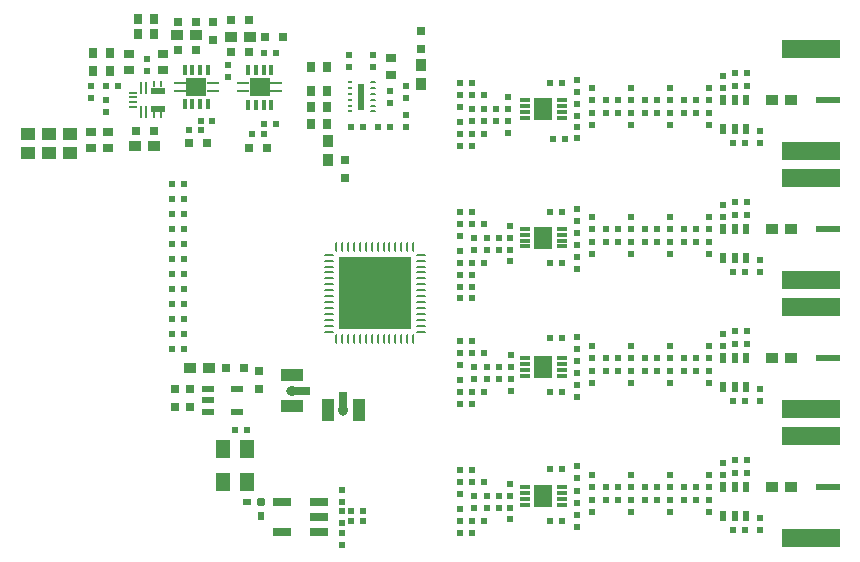
<source format=gtp>
G04*
G04 #@! TF.GenerationSoftware,Altium Limited,Altium Designer,24.3.1 (35)*
G04*
G04 Layer_Color=8421504*
%FSLAX44Y44*%
%MOMM*%
G71*
G04*
G04 #@! TF.SameCoordinates,E54A5323-C3A8-4295-A2F1-912E9A9C0EE7*
G04*
G04*
G04 #@! TF.FilePolarity,Positive*
G04*
G01*
G75*
%ADD20R,0.5500X2.2000*%
%ADD21R,1.0250X0.2800*%
%ADD22R,1.7500X1.5000*%
%ADD23R,0.3500X0.8500*%
%ADD24R,0.7620X0.7620*%
%ADD25R,0.6000X0.5000*%
%ADD26R,0.5000X0.6000*%
%ADD27R,0.8000X0.9000*%
%ADD28R,0.9000X0.8000*%
%ADD29R,0.9500X1.0000*%
%ADD30R,1.0000X0.9500*%
%ADD31R,1.3000X1.0000*%
G04:AMPARAMS|DCode=32|XSize=0.8mm|YSize=0.58mm|CornerRadius=0.0725mm|HoleSize=0mm|Usage=FLASHONLY|Rotation=270.000|XOffset=0mm|YOffset=0mm|HoleType=Round|Shape=RoundedRectangle|*
%AMROUNDEDRECTD32*
21,1,0.8000,0.4350,0,0,270.0*
21,1,0.6550,0.5800,0,0,270.0*
1,1,0.1450,-0.2175,-0.3275*
1,1,0.1450,-0.2175,0.3275*
1,1,0.1450,0.2175,0.3275*
1,1,0.1450,0.2175,-0.3275*
%
%ADD32ROUNDEDRECTD32*%
%ADD33R,0.6000X0.8000*%
%ADD34R,1.6500X0.7600*%
%ADD35R,1.2000X1.5000*%
%ADD36R,0.7620X0.7620*%
%ADD37R,0.8000X0.6000*%
%ADD38R,4.9022X1.6002*%
%ADD39R,2.0574X0.5080*%
%ADD40R,1.1000X0.6000*%
%ADD41O,1.0000X0.8000*%
%ADD42R,1.9000X1.0000*%
%ADD43R,1.5000X0.8000*%
%ADD44O,0.8000X1.0000*%
%ADD45R,1.0000X1.9000*%
%ADD46R,0.8000X1.5000*%
%ADD47R,0.8500X0.3000*%
%ADD48R,1.5500X1.8400*%
%ADD49R,1.2000X0.5500*%
%ADD50R,0.7000X0.2000*%
%ADD51R,0.2000X1.0500*%
%ADD52R,0.2500X0.5000*%
G04:AMPARAMS|DCode=53|XSize=0.5021mm|YSize=0.2425mm|CornerRadius=0.1212mm|HoleSize=0mm|Usage=FLASHONLY|Rotation=0.000|XOffset=0mm|YOffset=0mm|HoleType=Round|Shape=RoundedRectangle|*
%AMROUNDEDRECTD53*
21,1,0.5021,0.0000,0,0,0.0*
21,1,0.2596,0.2425,0,0,0.0*
1,1,0.2425,0.1298,0.0000*
1,1,0.2425,-0.1298,0.0000*
1,1,0.2425,-0.1298,0.0000*
1,1,0.2425,0.1298,0.0000*
%
%ADD53ROUNDEDRECTD53*%
%ADD54O,0.5021X0.2425*%
%ADD55R,6.1000X6.1000*%
G04:AMPARAMS|DCode=56|XSize=0.25mm|YSize=0.8mm|CornerRadius=0.0625mm|HoleSize=0mm|Usage=FLASHONLY|Rotation=90.000|XOffset=0mm|YOffset=0mm|HoleType=Round|Shape=RoundedRectangle|*
%AMROUNDEDRECTD56*
21,1,0.2500,0.6750,0,0,90.0*
21,1,0.1250,0.8000,0,0,90.0*
1,1,0.1250,0.3375,0.0625*
1,1,0.1250,0.3375,-0.0625*
1,1,0.1250,-0.3375,-0.0625*
1,1,0.1250,-0.3375,0.0625*
%
%ADD56ROUNDEDRECTD56*%
G04:AMPARAMS|DCode=57|XSize=0.25mm|YSize=0.8mm|CornerRadius=0.0625mm|HoleSize=0mm|Usage=FLASHONLY|Rotation=180.000|XOffset=0mm|YOffset=0mm|HoleType=Round|Shape=RoundedRectangle|*
%AMROUNDEDRECTD57*
21,1,0.2500,0.6750,0,0,180.0*
21,1,0.1250,0.8000,0,0,180.0*
1,1,0.1250,-0.0625,0.3375*
1,1,0.1250,0.0625,0.3375*
1,1,0.1250,0.0625,-0.3375*
1,1,0.1250,-0.0625,-0.3375*
%
%ADD57ROUNDEDRECTD57*%
D20*
X294640Y383540D02*
D03*
D21*
X168910Y394970D02*
D03*
Y388470D02*
D03*
X141170D02*
D03*
Y394970D02*
D03*
X194970Y394900D02*
D03*
Y388400D02*
D03*
X222710D02*
D03*
Y394900D02*
D03*
D22*
X155040Y391720D02*
D03*
X208840Y391650D02*
D03*
D23*
X145290Y406470D02*
D03*
X151790D02*
D03*
X158290D02*
D03*
X164790D02*
D03*
Y376970D02*
D03*
X158290D02*
D03*
X151790D02*
D03*
X145290D02*
D03*
X199090Y376900D02*
D03*
X205590D02*
D03*
X212090D02*
D03*
X218590D02*
D03*
Y406400D02*
D03*
X212090D02*
D03*
X205590D02*
D03*
X199090D02*
D03*
D24*
X119380Y354330D02*
D03*
X104140D02*
D03*
X148590Y344170D02*
D03*
X163830D02*
D03*
X199390Y421640D02*
D03*
X184150D02*
D03*
Y448310D02*
D03*
X199390D02*
D03*
X154940Y422910D02*
D03*
X139700D02*
D03*
X154940Y447040D02*
D03*
X139700D02*
D03*
X213360Y434340D02*
D03*
X228600D02*
D03*
X195580Y153670D02*
D03*
X180340D02*
D03*
X214630Y340360D02*
D03*
X199390D02*
D03*
D25*
X464820Y179070D02*
D03*
X454820D02*
D03*
X619680Y125730D02*
D03*
X609680D02*
D03*
X619680Y234950D02*
D03*
X609680D02*
D03*
X464820Y285750D02*
D03*
X454820D02*
D03*
X619680Y344170D02*
D03*
X609680D02*
D03*
X464820Y394970D02*
D03*
X454820D02*
D03*
X198120Y101600D02*
D03*
X188120Y101600D02*
D03*
X222170Y420370D02*
D03*
X212170D02*
D03*
X378540Y222250D02*
D03*
X388540D02*
D03*
X401320Y35560D02*
D03*
X411320D02*
D03*
X464820Y133350D02*
D03*
X454820D02*
D03*
X464820Y24130D02*
D03*
X454820D02*
D03*
X467360Y347980D02*
D03*
X457360D02*
D03*
X378540Y394970D02*
D03*
X388540D02*
D03*
X378540Y341630D02*
D03*
X388540D02*
D03*
X378540Y285750D02*
D03*
X388540D02*
D03*
X378540Y232410D02*
D03*
X388540D02*
D03*
X378540Y176530D02*
D03*
X388540D02*
D03*
X378540Y123190D02*
D03*
X388540D02*
D03*
X378540Y67310D02*
D03*
X388540D02*
D03*
X378540Y13970D02*
D03*
X388540D02*
D03*
X144700Y182880D02*
D03*
X134700D02*
D03*
X144700Y208280D02*
D03*
X134700D02*
D03*
X144700Y233680D02*
D03*
X134700D02*
D03*
X144700Y259080D02*
D03*
X134700D02*
D03*
X144700Y284480D02*
D03*
X134700D02*
D03*
X144700Y309880D02*
D03*
X134700D02*
D03*
X295830Y358140D02*
D03*
X285830D02*
D03*
X318690D02*
D03*
X308690D02*
D03*
X88820Y392430D02*
D03*
X78820D02*
D03*
X398780Y373380D02*
D03*
X408780D02*
D03*
X398780Y363220D02*
D03*
X408780D02*
D03*
X577770Y151130D02*
D03*
X567770D02*
D03*
X544750D02*
D03*
X534750D02*
D03*
X511730D02*
D03*
X501730D02*
D03*
X577770Y41910D02*
D03*
X567770D02*
D03*
X544750D02*
D03*
X534750D02*
D03*
X511730D02*
D03*
X501730D02*
D03*
X577770Y369570D02*
D03*
X567770D02*
D03*
X544750D02*
D03*
X534750D02*
D03*
X511730D02*
D03*
X501730D02*
D03*
X577770Y260350D02*
D03*
X567770D02*
D03*
X544750D02*
D03*
X534750D02*
D03*
X511730D02*
D03*
X501730D02*
D03*
X464820Y242570D02*
D03*
X454820D02*
D03*
X610950Y392430D02*
D03*
X620950D02*
D03*
X619680Y16510D02*
D03*
X609680D02*
D03*
X464820Y68580D02*
D03*
X454820D02*
D03*
X295830Y24130D02*
D03*
X285830D02*
D03*
X295830Y33020D02*
D03*
X285830D02*
D03*
X202010Y351790D02*
D03*
X212010D02*
D03*
X148670Y355600D02*
D03*
X158670D02*
D03*
X388540Y213360D02*
D03*
X378540D02*
D03*
X222170Y360680D02*
D03*
X212170D02*
D03*
X168750Y363220D02*
D03*
X158750D02*
D03*
X620950Y76200D02*
D03*
X610950D02*
D03*
X620950Y185420D02*
D03*
X610950D02*
D03*
X620950Y403860D02*
D03*
X610950D02*
D03*
X620950Y294640D02*
D03*
X610950D02*
D03*
X398700Y166370D02*
D03*
X388700D02*
D03*
X398700Y133350D02*
D03*
X388700D02*
D03*
X398700Y24130D02*
D03*
X388700D02*
D03*
X398700Y57150D02*
D03*
X388700D02*
D03*
X398700Y242570D02*
D03*
X388700D02*
D03*
X398700Y275590D02*
D03*
X388700D02*
D03*
X398700Y351790D02*
D03*
X388700D02*
D03*
X398700Y384810D02*
D03*
X388700D02*
D03*
X411400Y254000D02*
D03*
X401400D02*
D03*
X577770Y53340D02*
D03*
X567770D02*
D03*
X544750D02*
D03*
X534750D02*
D03*
X511730D02*
D03*
X501730D02*
D03*
X577770Y271780D02*
D03*
X567770D02*
D03*
X544750D02*
D03*
X534750D02*
D03*
X511730D02*
D03*
X501730D02*
D03*
X411400Y45720D02*
D03*
X401400D02*
D03*
X411400Y264160D02*
D03*
X401400D02*
D03*
X411400Y144780D02*
D03*
X401400D02*
D03*
X577770Y381000D02*
D03*
X567770D02*
D03*
X577770Y162560D02*
D03*
X567770D02*
D03*
X544750D02*
D03*
X534750D02*
D03*
X511730D02*
D03*
X501730D02*
D03*
X544750Y381000D02*
D03*
X534750D02*
D03*
X511730D02*
D03*
X501730D02*
D03*
X411400Y154940D02*
D03*
X401400D02*
D03*
X620950Y64770D02*
D03*
X610950D02*
D03*
X620950Y173990D02*
D03*
X610950D02*
D03*
X620950Y283210D02*
D03*
X610950D02*
D03*
X144700Y297180D02*
D03*
X134700D02*
D03*
X144700Y271780D02*
D03*
X134700D02*
D03*
X144700Y246380D02*
D03*
X134700D02*
D03*
X144700Y220980D02*
D03*
X134700D02*
D03*
X144700Y195580D02*
D03*
X134700D02*
D03*
X144700Y170180D02*
D03*
X134700D02*
D03*
D26*
X389890Y154860D02*
D03*
Y144860D02*
D03*
X589280Y141050D02*
D03*
Y151050D02*
D03*
X556260Y162640D02*
D03*
Y172640D02*
D03*
X523240Y151050D02*
D03*
Y141050D02*
D03*
X490220Y151050D02*
D03*
Y141050D02*
D03*
X589280Y162640D02*
D03*
Y172640D02*
D03*
X556260Y141050D02*
D03*
Y151050D02*
D03*
X523240Y172640D02*
D03*
Y162640D02*
D03*
X490220Y172640D02*
D03*
Y162640D02*
D03*
X389890Y45640D02*
D03*
Y35640D02*
D03*
X589280Y31830D02*
D03*
Y41830D02*
D03*
X556260Y41830D02*
D03*
Y31830D02*
D03*
X523240Y41830D02*
D03*
Y31830D02*
D03*
X490220Y41830D02*
D03*
Y31830D02*
D03*
X589280Y53420D02*
D03*
Y63420D02*
D03*
X556260Y63420D02*
D03*
Y53420D02*
D03*
X523240Y63420D02*
D03*
Y53420D02*
D03*
X318770Y388540D02*
D03*
Y378540D02*
D03*
X113030Y405210D02*
D03*
Y415210D02*
D03*
X600710Y292020D02*
D03*
Y282020D02*
D03*
X477520Y257890D02*
D03*
Y267890D02*
D03*
X600710Y401240D02*
D03*
Y391240D02*
D03*
X477520Y367110D02*
D03*
Y377110D02*
D03*
X600710Y73500D02*
D03*
Y63500D02*
D03*
X477520Y39450D02*
D03*
Y49450D02*
D03*
X600710Y182720D02*
D03*
Y172720D02*
D03*
X477520Y149940D02*
D03*
Y159940D02*
D03*
X181610Y400130D02*
D03*
Y410130D02*
D03*
X421640Y144700D02*
D03*
Y134700D02*
D03*
X419100Y363140D02*
D03*
Y353140D02*
D03*
X420370Y35560D02*
D03*
Y25560D02*
D03*
Y254000D02*
D03*
Y244000D02*
D03*
X421640Y155020D02*
D03*
Y165020D02*
D03*
X378460Y156290D02*
D03*
Y166290D02*
D03*
Y133430D02*
D03*
Y143430D02*
D03*
X420370Y45720D02*
D03*
Y55720D02*
D03*
X378460Y47150D02*
D03*
Y57150D02*
D03*
X490220Y63420D02*
D03*
Y53420D02*
D03*
X388620Y373300D02*
D03*
Y363300D02*
D03*
X589280Y391080D02*
D03*
Y381080D02*
D03*
X556260Y369490D02*
D03*
Y359490D02*
D03*
X523240Y369490D02*
D03*
Y359490D02*
D03*
X490220Y369490D02*
D03*
Y359490D02*
D03*
X589280Y369490D02*
D03*
Y359490D02*
D03*
X477520Y247650D02*
D03*
Y237650D02*
D03*
X632460Y125810D02*
D03*
Y135810D02*
D03*
X477520Y170180D02*
D03*
Y180180D02*
D03*
Y387350D02*
D03*
Y397350D02*
D03*
X632460Y344250D02*
D03*
Y354250D02*
D03*
Y16590D02*
D03*
Y26590D02*
D03*
X477520Y60960D02*
D03*
Y70960D02*
D03*
Y278130D02*
D03*
Y288130D02*
D03*
X632460Y235030D02*
D03*
Y245030D02*
D03*
X556260Y391080D02*
D03*
Y381080D02*
D03*
X523240Y391080D02*
D03*
Y381080D02*
D03*
X490220Y391080D02*
D03*
Y381080D02*
D03*
X389890Y264080D02*
D03*
Y254080D02*
D03*
X589280Y250270D02*
D03*
Y260270D02*
D03*
X556260Y260270D02*
D03*
Y250270D02*
D03*
X523240Y271860D02*
D03*
Y281860D02*
D03*
X490220Y271860D02*
D03*
Y281860D02*
D03*
X589280Y271860D02*
D03*
Y281860D02*
D03*
X556260Y281860D02*
D03*
Y271860D02*
D03*
X523240Y250270D02*
D03*
Y260270D02*
D03*
X490220Y250270D02*
D03*
Y260270D02*
D03*
X66040Y392350D02*
D03*
Y382350D02*
D03*
X332740Y358220D02*
D03*
Y368220D02*
D03*
X332740Y392350D02*
D03*
Y382350D02*
D03*
X304800Y419020D02*
D03*
Y409020D02*
D03*
X284480Y409020D02*
D03*
Y419020D02*
D03*
X78740Y370920D02*
D03*
Y380920D02*
D03*
X278130Y22940D02*
D03*
Y32940D02*
D03*
Y13890D02*
D03*
Y3890D02*
D03*
Y40720D02*
D03*
Y50720D02*
D03*
X378460Y24290D02*
D03*
Y34290D02*
D03*
X419100Y373460D02*
D03*
Y383460D02*
D03*
X378460Y384730D02*
D03*
Y374730D02*
D03*
Y351870D02*
D03*
Y361870D02*
D03*
X420370Y264160D02*
D03*
Y274160D02*
D03*
X378460Y265510D02*
D03*
Y275510D02*
D03*
Y242650D02*
D03*
Y252650D02*
D03*
X477520Y29130D02*
D03*
Y19130D02*
D03*
Y139620D02*
D03*
Y129620D02*
D03*
X477520Y358140D02*
D03*
Y348140D02*
D03*
D27*
X105380Y449580D02*
D03*
X119380D02*
D03*
X67930Y420370D02*
D03*
X81930D02*
D03*
X252080Y408940D02*
D03*
X266080D02*
D03*
X252080Y374650D02*
D03*
X266080D02*
D03*
X266080Y388620D02*
D03*
X252080D02*
D03*
X67930Y405130D02*
D03*
X81930D02*
D03*
X105380Y436880D02*
D03*
X119380D02*
D03*
X252080Y360680D02*
D03*
X266080D02*
D03*
D28*
X97790Y419750D02*
D03*
Y405750D02*
D03*
X127000Y405750D02*
D03*
Y419750D02*
D03*
X80010Y339710D02*
D03*
Y353710D02*
D03*
X320040Y415940D02*
D03*
Y401940D02*
D03*
X66040Y339710D02*
D03*
Y353710D02*
D03*
D29*
X345440Y394590D02*
D03*
Y410590D02*
D03*
X266700Y345820D02*
D03*
Y329820D02*
D03*
D30*
X103380Y341630D02*
D03*
X119380D02*
D03*
X658240Y271780D02*
D03*
X642240D02*
D03*
X165860Y153670D02*
D03*
X149860D02*
D03*
X200150Y434340D02*
D03*
X184150D02*
D03*
X154940Y435610D02*
D03*
X138940D02*
D03*
X658240Y53340D02*
D03*
X642240D02*
D03*
Y162560D02*
D03*
X658240D02*
D03*
X642240Y381000D02*
D03*
X658240D02*
D03*
D31*
X48260Y352170D02*
D03*
Y336170D02*
D03*
X12700Y352170D02*
D03*
Y336170D02*
D03*
X30480Y352170D02*
D03*
Y336170D02*
D03*
D32*
X620370Y161860D02*
D03*
X610870D02*
D03*
X601370D02*
D03*
X620370Y137860D02*
D03*
X610870D02*
D03*
X601370D02*
D03*
X620370Y52640D02*
D03*
X610870D02*
D03*
X601370D02*
D03*
X620370Y28640D02*
D03*
X610870D02*
D03*
X601370D02*
D03*
X620370Y271080D02*
D03*
X610870D02*
D03*
X601370D02*
D03*
X620370Y247080D02*
D03*
X610870D02*
D03*
X601370D02*
D03*
X601370Y356300D02*
D03*
X610870D02*
D03*
X620370D02*
D03*
X601370Y380300D02*
D03*
X610870D02*
D03*
X620370D02*
D03*
D33*
X210120Y40640D02*
D03*
Y28640D02*
D03*
D34*
X259130Y40640D02*
D03*
Y27940D02*
D03*
Y15240D02*
D03*
X227330D02*
D03*
Y40640D02*
D03*
D35*
X198120Y85090D02*
D03*
Y57150D02*
D03*
X177800D02*
D03*
Y85090D02*
D03*
D36*
X168910Y431800D02*
D03*
Y447040D02*
D03*
X345440Y424180D02*
D03*
Y439420D02*
D03*
X280670Y330200D02*
D03*
Y314960D02*
D03*
X149860Y120650D02*
D03*
Y135890D02*
D03*
X137160Y120650D02*
D03*
Y135890D02*
D03*
X208280Y151130D02*
D03*
Y135890D02*
D03*
D37*
X210120Y40640D02*
D03*
X198120D02*
D03*
D38*
X675640Y228600D02*
D03*
Y314960D02*
D03*
Y205740D02*
D03*
Y119380D02*
D03*
Y96520D02*
D03*
Y10160D02*
D03*
Y424180D02*
D03*
Y337820D02*
D03*
D39*
X689610Y271780D02*
D03*
Y162560D02*
D03*
Y53340D02*
D03*
Y381000D02*
D03*
D40*
X165100Y135890D02*
D03*
Y126390D02*
D03*
Y116890D02*
D03*
X189100D02*
D03*
Y135890D02*
D03*
D41*
X236220Y134620D02*
D03*
D42*
Y121620D02*
D03*
Y147620D02*
D03*
D43*
X243840Y134620D02*
D03*
D44*
X279400Y118110D02*
D03*
D45*
X292400D02*
D03*
X266400D02*
D03*
D46*
X279400Y125730D02*
D03*
D47*
X433070Y162400D02*
D03*
Y157400D02*
D03*
Y152400D02*
D03*
Y147400D02*
D03*
X464610D02*
D03*
Y152400D02*
D03*
Y157400D02*
D03*
Y162400D02*
D03*
X433070Y53180D02*
D03*
Y48180D02*
D03*
Y43180D02*
D03*
Y38180D02*
D03*
X464610D02*
D03*
Y43180D02*
D03*
Y48180D02*
D03*
Y53180D02*
D03*
X433070Y380840D02*
D03*
Y375840D02*
D03*
Y370840D02*
D03*
Y365840D02*
D03*
X464610D02*
D03*
Y370840D02*
D03*
Y375840D02*
D03*
Y380840D02*
D03*
X433070Y271700D02*
D03*
Y266700D02*
D03*
Y261700D02*
D03*
Y256700D02*
D03*
X464610D02*
D03*
Y261700D02*
D03*
Y266700D02*
D03*
Y271700D02*
D03*
D48*
X448840Y154900D02*
D03*
Y45680D02*
D03*
Y373340D02*
D03*
X448840Y264200D02*
D03*
D49*
X122320Y388750D02*
D03*
Y373250D02*
D03*
D50*
X101070Y375000D02*
D03*
Y379000D02*
D03*
Y383000D02*
D03*
Y387000D02*
D03*
D51*
X108570Y391250D02*
D03*
X112570D02*
D03*
Y370750D02*
D03*
X108570D02*
D03*
D52*
X119070Y394000D02*
D03*
X125570D02*
D03*
Y368000D02*
D03*
X119070D02*
D03*
D53*
X304404Y396040D02*
D03*
Y391040D02*
D03*
Y386040D02*
D03*
Y381040D02*
D03*
Y376040D02*
D03*
Y371040D02*
D03*
D54*
X284876D02*
D03*
Y376040D02*
D03*
Y381040D02*
D03*
Y386040D02*
D03*
Y391040D02*
D03*
Y396040D02*
D03*
D55*
X306070Y217170D02*
D03*
D56*
X267070Y184670D02*
D03*
Y189670D02*
D03*
Y194670D02*
D03*
Y199670D02*
D03*
Y204670D02*
D03*
Y209670D02*
D03*
Y214670D02*
D03*
Y219670D02*
D03*
Y224670D02*
D03*
Y229670D02*
D03*
Y234670D02*
D03*
Y239670D02*
D03*
Y244670D02*
D03*
Y249670D02*
D03*
X345070D02*
D03*
Y244670D02*
D03*
Y239670D02*
D03*
Y234670D02*
D03*
Y229670D02*
D03*
Y224670D02*
D03*
Y219670D02*
D03*
Y214670D02*
D03*
Y209670D02*
D03*
Y204670D02*
D03*
Y199670D02*
D03*
Y194670D02*
D03*
Y189670D02*
D03*
Y184670D02*
D03*
D57*
X273570Y256170D02*
D03*
X278570D02*
D03*
X283570D02*
D03*
X288570D02*
D03*
X293570D02*
D03*
X298570D02*
D03*
X303570D02*
D03*
X308570D02*
D03*
X313570D02*
D03*
X318570D02*
D03*
X323570D02*
D03*
X328570D02*
D03*
X333570D02*
D03*
X338570D02*
D03*
Y178170D02*
D03*
X333570D02*
D03*
X328570D02*
D03*
X323570D02*
D03*
X318570D02*
D03*
X313570D02*
D03*
X308570D02*
D03*
X303570D02*
D03*
X298570D02*
D03*
X293570D02*
D03*
X288570D02*
D03*
X283570D02*
D03*
X278570D02*
D03*
X273570D02*
D03*
M02*

</source>
